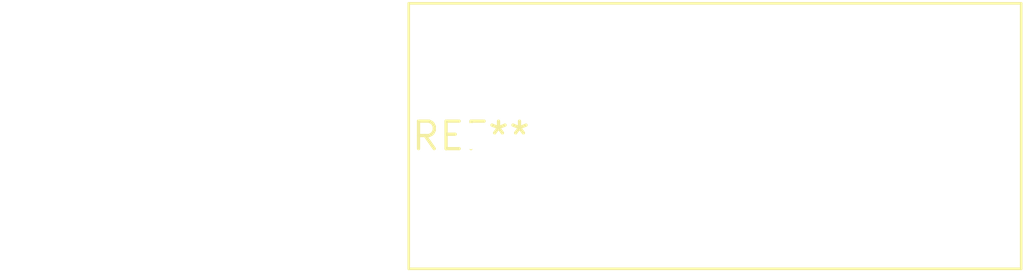
<source format=kicad_pcb>
(kicad_pcb (version 20240108) (generator pcbnew)
  (layers (0 "F.Cu" signal) (31 "B.Cu" signal) (34 "B.Paste" user) (35 "F.Paste" user) (36 "B.SilkS" user "B.Silkscreen") (37 "F.SilkS" user "F.Silkscreen") (38 "B.Mask" user) (39 "F.Mask" user) (44 "Edge.Cuts" user))
  (net 0 "")
  (footprint "C_Rect_L28.0mm_W12.0mm_P22.50mm_MKS4" (layer "F.Cu") (at 0 0)
    (property "Reference" "REF**")
    (property "Value" "C_Rect_L28.0mm_W12.0mm_P22.50mm_MKS4")
    (fp_line (start -2.87 -6.12) (end -2.87 6.12) (layer "F.SilkS") (stroke (width 0.12)))
    (fp_line (start -2.87 -6.12) (end 25.37 -6.12) (layer "F.SilkS") (stroke (width 0.12)))
    (fp_line (start -2.87 6.12) (end 25.37 6.12) (layer "F.SilkS") (stroke (width 0.12)))
    (fp_line (start 25.37 -6.12) (end 25.37 6.12) (layer "F.SilkS") (stroke (width 0.12)))
    (pad "1" thru_hole circle (at 0 0) (size 2.4 2.4) (drill 1.2) (layers *.Cu *.Mask) (remove_unused_layers))
    (pad "2" thru_hole circle (at 22.5 0) (size 2.4 2.4) (drill 1.2) (layers *.Cu *.Mask) (remove_unused_layers))
  )
)
</source>
